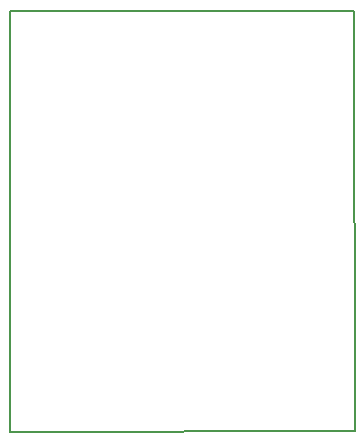
<source format=gbr>
G04 #@! TF.FileFunction,Profile,NP*
%FSLAX46Y46*%
G04 Gerber Fmt 4.6, Leading zero omitted, Abs format (unit mm)*
G04 Created by KiCad (PCBNEW 4.0.7) date 09/28/20 15:07:36*
%MOMM*%
%LPD*%
G01*
G04 APERTURE LIST*
%ADD10C,0.100000*%
%ADD11C,0.150000*%
G04 APERTURE END LIST*
D10*
D11*
X166738300Y-85852000D02*
X137541000Y-85864700D01*
X166751000Y-121424700D02*
X166738300Y-85852000D01*
X137566400Y-121437400D02*
X166751000Y-121412000D01*
X137541000Y-85864700D02*
X137566400Y-121437400D01*
M02*

</source>
